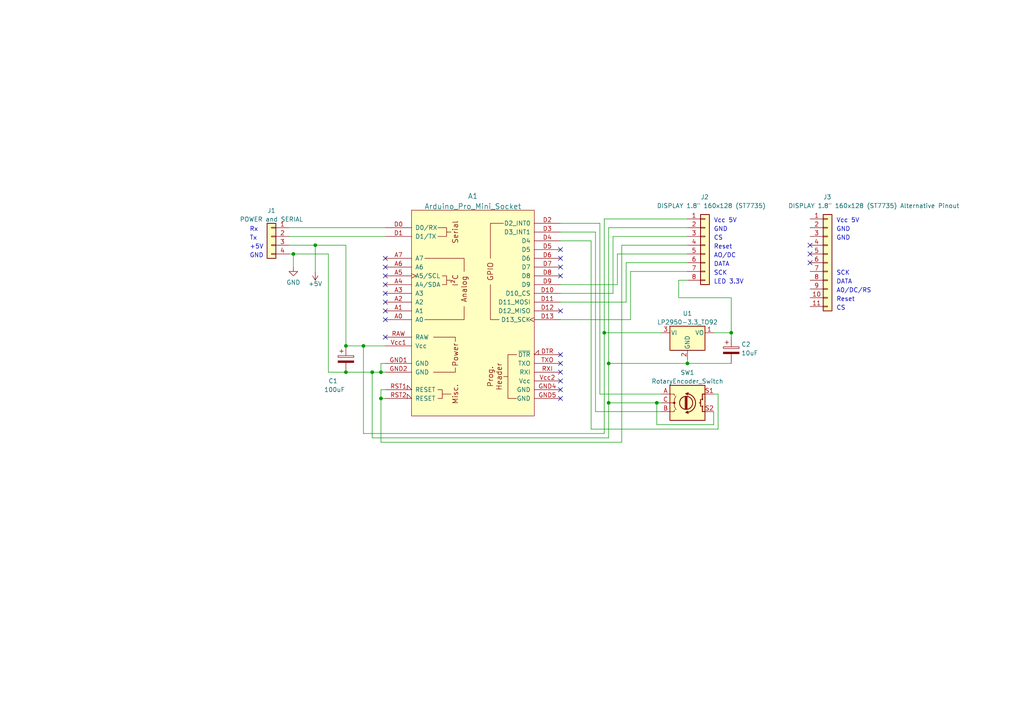
<source format=kicad_sch>
(kicad_sch (version 20211123) (generator eeschema)
  (paper "A4")
  (lib_symbols
    (symbol "Connector_Generic:Conn_01x04" (pin_names (offset 1.016) hide)
      (property "Reference" "J" (at 0 5.08 0))
      (property "Value" "Conn_01x04" (at 0 -7.62 0))
      (symbol "Conn_01x04_1_1"
        (rectangle (start -1.27 -4.953) (end 0 -5.207) (stroke (width 0.1524)))
        (rectangle (start -1.27 -2.413) (end 0 -2.667) (stroke (width 0.1524)))
        (rectangle (start -1.27 0.127) (end 0 -0.127) (stroke (width 0.1524)))
        (rectangle (start -1.27 2.667) (end 0 2.413) (stroke (width 0.1524)))
        (rectangle (start -1.27 3.81) (end 1.27 -6.35) (stroke (width 0.254)) (fill (type background)))
        (pin passive line (at -5.08 2.54 0) (length 3.81) (name "Pin_1") (number "1"))
        (pin passive line (at -5.08 0 0) (length 3.81) (name "Pin_2") (number "2"))
        (pin passive line (at -5.08 -2.54 0) (length 3.81) (name "Pin_3") (number "3"))
        (pin passive line (at -5.08 -5.08 0) (length 3.81) (name "Pin_4") (number "4"))
      )
    )
    (symbol "Connector_Generic:Conn_01x08" (pin_names (offset 1.016) hide)
      (property "Reference" "J" (at 0 10.16 0))
      (property "Value" "Conn_01x08" (at 0 -12.7 0))
      (symbol "Conn_01x08_1_1"
        (rectangle (start -1.27 -10.033) (end 0 -10.287) (stroke (width 0.1524)))
        (rectangle (start -1.27 -7.493) (end 0 -7.747) (stroke (width 0.1524)))
        (rectangle (start -1.27 -4.953) (end 0 -5.207) (stroke (width 0.1524)))
        (rectangle (start -1.27 -2.413) (end 0 -2.667) (stroke (width 0.1524)))
        (rectangle (start -1.27 0.127) (end 0 -0.127) (stroke (width 0.1524)))
        (rectangle (start -1.27 2.667) (end 0 2.413) (stroke (width 0.1524)))
        (rectangle (start -1.27 5.207) (end 0 4.953) (stroke (width 0.1524)))
        (rectangle (start -1.27 7.747) (end 0 7.493) (stroke (width 0.1524)))
        (rectangle (start -1.27 8.89) (end 1.27 -11.43) (stroke (width 0.254)) (fill (type background)))
        (pin passive line (at -5.08 7.62 0) (length 3.81) (name "Pin_1") (number "1"))
        (pin passive line (at -5.08 5.08 0) (length 3.81) (name "Pin_2") (number "2"))
        (pin passive line (at -5.08 2.54 0) (length 3.81) (name "Pin_3") (number "3"))
        (pin passive line (at -5.08 0 0) (length 3.81) (name "Pin_4") (number "4"))
        (pin passive line (at -5.08 -2.54 0) (length 3.81) (name "Pin_5") (number "5"))
        (pin passive line (at -5.08 -5.08 0) (length 3.81) (name "Pin_6") (number "6"))
        (pin passive line (at -5.08 -7.62 0) (length 3.81) (name "Pin_7") (number "7"))
        (pin passive line (at -5.08 -10.16 0) (length 3.81) (name "Pin_8") (number "8"))
      )
    )
    (symbol "Connector_Generic:Conn_01x11" (pin_names (offset 1.016) hide)
      (property "Reference" "J" (at 0 15.24 0))
      (property "Value" "Conn_01x11" (at 0 -15.24 0))
      (symbol "Conn_01x11_1_1"
        (rectangle (start -1.27 -12.573) (end 0 -12.827) (stroke (width 0.1524)))
        (rectangle (start -1.27 -10.033) (end 0 -10.287) (stroke (width 0.1524)))
        (rectangle (start -1.27 -7.493) (end 0 -7.747) (stroke (width 0.1524)))
        (rectangle (start -1.27 -4.953) (end 0 -5.207) (stroke (width 0.1524)))
        (rectangle (start -1.27 -2.413) (end 0 -2.667) (stroke (width 0.1524)))
        (rectangle (start -1.27 0.127) (end 0 -0.127) (stroke (width 0.1524)))
        (rectangle (start -1.27 2.667) (end 0 2.413) (stroke (width 0.1524)))
        (rectangle (start -1.27 5.207) (end 0 4.953) (stroke (width 0.1524)))
        (rectangle (start -1.27 7.747) (end 0 7.493) (stroke (width 0.1524)))
        (rectangle (start -1.27 10.287) (end 0 10.033) (stroke (width 0.1524)))
        (rectangle (start -1.27 12.827) (end 0 12.573) (stroke (width 0.1524)))
        (rectangle (start -1.27 13.97) (end 1.27 -13.97) (stroke (width 0.254)) (fill (type background)))
        (pin passive line (at -5.08 12.7 0) (length 3.81) (name "Pin_1") (number "1"))
        (pin passive line (at -5.08 -10.16 0) (length 3.81) (name "Pin_10") (number "10"))
        (pin passive line (at -5.08 -12.7 0) (length 3.81) (name "Pin_11") (number "11"))
        (pin passive line (at -5.08 10.16 0) (length 3.81) (name "Pin_2") (number "2"))
        (pin passive line (at -5.08 7.62 0) (length 3.81) (name "Pin_3") (number "3"))
        (pin passive line (at -5.08 5.08 0) (length 3.81) (name "Pin_4") (number "4"))
        (pin passive line (at -5.08 2.54 0) (length 3.81) (name "Pin_5") (number "5"))
        (pin passive line (at -5.08 0 0) (length 3.81) (name "Pin_6") (number "6"))
        (pin passive line (at -5.08 -2.54 0) (length 3.81) (name "Pin_7") (number "7"))
        (pin passive line (at -5.08 -5.08 0) (length 3.81) (name "Pin_8") (number "8"))
        (pin passive line (at -5.08 -7.62 0) (length 3.81) (name "Pin_9") (number "9"))
      )
    )
    (symbol "Device:C_Polarized" (pin_numbers hide) (pin_names (offset 0.254))
      (property "Reference" "C" (at 0.635 2.54 0))
      (property "Value" "C_Polarized" (at 0.635 -2.54 0))
      (symbol "C_Polarized_0_1"
        (rectangle (start -2.286 0.508) (end 2.286 1.016))
        (polyline (pts (xy -1.778 2.286) (xy -0.762 2.286)))
        (polyline (pts (xy -1.27 2.794) (xy -1.27 1.778)))
        (rectangle (start 2.286 -0.508) (end -2.286 -1.016) (fill (type outline)))
      )
      (symbol "C_Polarized_1_1"
        (pin passive line (at 0 3.81 270) (length 2.794) (name "~") (number "1"))
        (pin passive line (at 0 -3.81 90) (length 2.794) (name "~") (number "2"))
      )
    )
    (symbol "Device:RotaryEncoder_Switch" (pin_names (offset 0.254) hide)
      (property "Reference" "SW" (at 0 6.604 0))
      (property "Value" "RotaryEncoder_Switch" (at 0 -6.604 0))
      (symbol "RotaryEncoder_Switch_0_1"
        (rectangle (start -5.08 5.08) (end 5.08 -5.08) (stroke (width 0.254)) (fill (type background)))
        (circle (center -3.81 0) (radius 0.254) (fill (type outline)))
        (arc (start -0.381 -2.794) (mid 2.3622 -0.0508) (end -0.381 2.667) (stroke (width 0.254)))
        (circle (center -0.381 0) (radius 1.905) (stroke (width 0.254)))
        (polyline (pts (xy -0.635 -1.778) (xy -0.635 1.778)) (stroke (width 0.254)))
        (polyline (pts (xy -0.381 -1.778) (xy -0.381 1.778)) (stroke (width 0.254)))
        (polyline (pts (xy -0.127 1.778) (xy -0.127 -1.778)) (stroke (width 0.254)))
        (polyline (pts (xy 3.81 0) (xy 3.429 0)) (stroke (width 0.254)))
        (polyline (pts (xy 3.81 1.016) (xy 3.81 -1.016)) (stroke (width 0.254)))
        (polyline (pts (xy -5.08 -2.54) (xy -3.81 -2.54) (xy -3.81 -2.032)))
        (polyline (pts (xy -5.08 2.54) (xy -3.81 2.54) (xy -3.81 2.032)))
        (polyline (pts (xy 0.254 -3.048) (xy -0.508 -2.794) (xy 0.127 -2.413)) (stroke (width 0.254)))
        (polyline (pts (xy 0.254 2.921) (xy -0.508 2.667) (xy 0.127 2.286)) (stroke (width 0.254)))
        (polyline (pts (xy 5.08 -2.54) (xy 4.318 -2.54) (xy 4.318 -1.016)) (stroke (width 0.254)))
        (polyline (pts (xy 5.08 2.54) (xy 4.318 2.54) (xy 4.318 1.016)) (stroke (width 0.254)))
        (polyline (pts (xy -5.08 0) (xy -3.81 0) (xy -3.81 -1.016) (xy -3.302 -2.032)))
        (polyline (pts (xy -4.318 0) (xy -3.81 0) (xy -3.81 1.016) (xy -3.302 2.032)))
        (circle (center 4.318 -1.016) (radius 0.127) (stroke (width 0.254)))
        (circle (center 4.318 1.016) (radius 0.127) (stroke (width 0.254)))
      )
      (symbol "RotaryEncoder_Switch_1_1"
        (pin passive line (at -7.62 2.54 0) (length 2.54) (name "A") (number "A"))
        (pin passive line (at -7.62 -2.54 0) (length 2.54) (name "B") (number "B"))
        (pin passive line (at -7.62 0 0) (length 2.54) (name "C") (number "C"))
        (pin passive line (at 7.62 2.54 180) (length 2.54) (name "S1") (number "S1"))
        (pin passive line (at 7.62 -2.54 180) (length 2.54) (name "S2") (number "S2"))
      )
    )
    (symbol "PCM_arduino-library:Arduino_Pro_Mini_Socket" (pin_names (offset 1.016))
      (property "Reference" "A" (at 0 36.83 0))
      (property "Value" "Arduino_Pro_Mini_Socket" (at 0 33.02 0))
      (symbol "Arduino_Pro_Mini_Socket_0_0"
        (rectangle (start -17.78 30.48) (end 17.78 -29.21) (fill (type background)))
        (polyline (pts (xy -7.62 10.16) (xy -6.35 10.16)))
        (polyline (pts (xy -7.62 24.13) (xy -6.35 24.13)))
        (polyline (pts (xy -6.35 -22.86) (xy -8.89 -22.86)))
        (polyline (pts (xy -11.43 -16.51) (xy -5.08 -16.51) (xy -5.08 -15.24)))
        (polyline (pts (xy -5.08 -7.62) (xy -5.08 -6.35) (xy -11.43 -6.35)))
        (polyline (pts (xy -2.54 2.54) (xy -2.54 -1.27) (xy -13.97 -1.27)))
        (polyline (pts (xy -2.54 12.7) (xy -2.54 16.51) (xy -13.97 16.51)))
        (polyline (pts (xy -10.16 25.4) (xy -7.62 25.4) (xy -7.62 22.86) (xy -10.16 22.86)))
        (polyline (pts (xy -8.89 11.43) (xy -7.62 11.43) (xy -7.62 8.89) (xy -8.89 8.89)))
        (polyline (pts (xy 12.7 -11.43) (xy 10.16 -11.43) (xy 10.16 -16.51) (xy 10.16 -17.78) (xy 8.89 -17.78) (xy 10.16 -17.78) (xy 10.16 -24.13) (xy 12.7 -24.13)))
        (text "Analog" (at -2.54 7.62 900) (effects (font (size 1.524 1.524))))
        (text "Header" (at 7.62 -17.78 900) (effects (font (size 1.524 1.524))))
        (text "I²C" (at -5.08 10.16 900) (effects (font (size 1.524 1.524))))
        (text "Misc." (at -5.08 -22.86 900) (effects (font (size 1.524 1.524))))
        (text "Power" (at -5.08 -11.43 900) (effects (font (size 1.524 1.524))))
        (text "Prog." (at 5.08 -17.78 900) (effects (font (size 1.524 1.524))))
        (text "Serial" (at -5.08 24.13 900) (effects (font (size 1.524 1.524))))
      )
      (symbol "Arduino_Pro_Mini_Socket_0_1"
        (polyline (pts (xy 7.62 -1.27) (xy 5.08 -1.27) (xy 5.08 8.89)))
        (polyline (pts (xy 8.89 26.67) (xy 5.08 26.67) (xy 5.08 16.51)))
        (polyline (pts (xy -10.16 -24.13) (xy -8.89 -24.13) (xy -8.89 -21.59) (xy -10.16 -21.59)))
      )
      (symbol "Arduino_Pro_Mini_Socket_1_0"
        (text "GPIO" (at 5.08 12.7 900) (effects (font (size 1.524 1.524))))
      )
      (symbol "Arduino_Pro_Mini_Socket_1_1"
        (pin bidirectional line (at -25.4 -1.27 0) (length 7.62) (name "A0") (number "A0"))
        (pin bidirectional line (at -25.4 1.27 0) (length 7.62) (name "A1") (number "A1"))
        (pin bidirectional line (at -25.4 3.81 0) (length 7.62) (name "A2") (number "A2"))
        (pin bidirectional line (at -25.4 6.35 0) (length 7.62) (name "A3") (number "A3"))
        (pin bidirectional line (at -25.4 8.89 0) (length 7.62) (name "A4/SDA") (number "A4"))
        (pin bidirectional clock (at -25.4 11.43 0) (length 7.62) (name "A5/SCL") (number "A5"))
        (pin input line (at -25.4 13.97 0) (length 7.62) (name "A6") (number "A6"))
        (pin input line (at -25.4 16.51 0) (length 7.62) (name "A7") (number "A7"))
        (pin bidirectional line (at -25.4 25.4 0) (length 7.62) (name "D0/RX") (number "D0"))
        (pin bidirectional line (at -25.4 22.86 0) (length 7.62) (name "D1/TX") (number "D1"))
        (pin bidirectional line (at 25.4 6.35 180) (length 7.62) (name "D10_CS") (number "D10"))
        (pin bidirectional line (at 25.4 3.81 180) (length 7.62) (name "D11_MOSI") (number "D11"))
        (pin bidirectional line (at 25.4 1.27 180) (length 7.62) (name "D12_MISO") (number "D12"))
        (pin bidirectional clock (at 25.4 -1.27 180) (length 7.62) (name "D13_SCK") (number "D13"))
        (pin bidirectional line (at 25.4 26.67 180) (length 7.62) (name "D2_INT0") (number "D2"))
        (pin bidirectional line (at 25.4 24.13 180) (length 7.62) (name "D3_INT1") (number "D3"))
        (pin bidirectional line (at 25.4 21.59 180) (length 7.62) (name "D4") (number "D4"))
        (pin bidirectional line (at 25.4 19.05 180) (length 7.62) (name "D5") (number "D5"))
        (pin bidirectional line (at 25.4 16.51 180) (length 7.62) (name "D6") (number "D6"))
        (pin bidirectional line (at 25.4 13.97 180) (length 7.62) (name "D7") (number "D7"))
        (pin bidirectional line (at 25.4 11.43 180) (length 7.62) (name "D8") (number "D8"))
        (pin bidirectional line (at 25.4 8.89 180) (length 7.62) (name "D9") (number "D9"))
        (pin input input_low (at 25.4 -11.43 180) (length 7.62) (name "~{DTR}") (number "DTR"))
        (pin power_in line (at -25.4 -13.97 0) (length 7.62) (name "GND") (number "GND1"))
        (pin power_in line (at -25.4 -16.51 0) (length 7.62) (name "GND") (number "GND2"))
        (pin power_in line (at 25.4 -21.59 180) (length 7.62) (name "GND") (number "GND4"))
        (pin power_in line (at 25.4 -24.13 180) (length 7.62) (name "GND") (number "GND5"))
        (pin power_in line (at -25.4 -6.35 0) (length 7.62) (name "RAW") (number "RAW"))
        (pin open_collector input_low (at -25.4 -21.59 0) (length 7.62) (name "RESET") (number "RST1"))
        (pin open_collector input_low (at -25.4 -24.13 0) (length 7.62) (name "RESET") (number "RST2"))
        (pin input line (at 25.4 -16.51 180) (length 7.62) (name "RXI") (number "RXI"))
        (pin output line (at 25.4 -13.97 180) (length 7.62) (name "TXO") (number "TXO"))
        (pin power_in line (at -25.4 -8.89 0) (length 7.62) (name "Vcc") (number "Vcc1"))
        (pin power_in line (at 25.4 -19.05 180) (length 7.62) (name "Vcc") (number "Vcc2"))
      )
    )
    (symbol "Regulator_Linear:LP2950-3.3_TO92" (pin_names (offset 0.254))
      (property "Reference" "U" (at -3.81 3.175 0))
      (property "Value" "LP2950-3.3_TO92" (at 0 3.175 0))
      (symbol "LP2950-3.3_TO92_0_1"
        (rectangle (start -5.08 -5.08) (end 5.08 1.905) (stroke (width 0.254)) (fill (type background)))
      )
      (symbol "LP2950-3.3_TO92_1_1"
        (pin power_out line (at 7.62 0 180) (length 2.54) (name "VO") (number "1"))
        (pin power_in line (at 0 -7.62 90) (length 2.54) (name "GND") (number "2"))
        (pin power_in line (at -7.62 0 0) (length 2.54) (name "VI") (number "3"))
      )
    )
    (symbol "power:+5V" (power) (pin_names (offset 0))
      (property "Value" "+5V" (at 0 3.556 0))
      (symbol "+5V_0_1"
        (polyline (pts (xy -0.762 1.27) (xy 0 2.54)))
        (polyline (pts (xy 0 0) (xy 0 2.54)))
        (polyline (pts (xy 0 2.54) (xy 0.762 1.27)))
      )
      (symbol "+5V_1_1"
        (pin power_in line (at 0 0 90) (length 0) hide (name "+5V") (number "1"))
      )
    )
    (symbol "power:GND" (power) (pin_names (offset 0))
      (property "Value" "GND" (at 0 -3.81 0))
      (symbol "GND_0_1"
        (polyline (pts (xy 0 0) (xy 0 -1.27) (xy 1.27 -1.27) (xy 0 -2.54) (xy -1.27 -1.27) (xy 0 -1.27)))
      )
      (symbol "GND_1_1"
        (pin power_in line (at 0 0 270) (length 0) hide (name "GND") (number "1"))
      )
    )
  )
  (junction (at 100.33 100.33))
  (junction (at 110.49 115.57))
  (junction (at 105.41 100.33))
  (junction (at 100.33 107.95))
  (junction (at 110.49 107.95))
  (junction (at 175.26 96.52))
  (junction (at 176.53 116.84))
  (junction (at 190.5 116.84))
  (junction (at 176.53 105.41))
  (junction (at 212.09 96.52))
  (junction (at 85.09 73.66))
  (junction (at 107.95 107.95))
  (junction (at 91.44 71.12))
  (junction (at 199.39 105.41))
  (no_connect (at 111.76 85.09))
  (no_connect (at 234.95 71.12))
  (no_connect (at 162.56 107.95))
  (no_connect (at 234.95 76.2))
  (no_connect (at 162.56 110.49))
  (no_connect (at 162.56 113.03))
  (no_connect (at 162.56 72.39))
  (no_connect (at 111.76 97.79))
  (no_connect (at 162.56 115.57))
  (no_connect (at 111.76 74.93))
  (no_connect (at 162.56 77.47))
  (no_connect (at 162.56 90.17))
  (no_connect (at 162.56 102.87))
  (no_connect (at 162.56 74.93))
  (no_connect (at 111.76 77.47))
  (no_connect (at 111.76 87.63))
  (no_connect (at 111.76 90.17))
  (no_connect (at 111.76 82.55))
  (no_connect (at 234.95 73.66))
  (no_connect (at 162.56 105.41))
  (no_connect (at 162.56 80.01))
  (no_connect (at 111.76 92.71))
  (no_connect (at 111.76 80.01))
  (wire (pts (xy 182.88 92.71) (xy 182.88 78.74)))
  (wire (pts (xy 207.01 114.3) (xy 208.28 114.3)))
  (wire (pts (xy 181.61 87.63) (xy 181.61 76.2)))
  (wire (pts (xy 181.61 76.2) (xy 199.39 76.2)))
  (wire (pts (xy 91.44 71.12) (xy 91.44 78.74)))
  (wire (pts (xy 199.39 71.12) (xy 180.34 71.12)))
  (wire (pts (xy 172.72 119.38) (xy 191.77 119.38)))
  (wire (pts (xy 199.39 105.41) (xy 212.09 105.41)))
  (wire (pts (xy 212.09 96.52) (xy 207.01 96.52)))
  (wire (pts (xy 179.07 82.55) (xy 162.56 82.55)))
  (wire (pts (xy 176.53 127) (xy 107.95 127)))
  (wire (pts (xy 83.82 66.04) (xy 111.76 66.04)))
  (wire (pts (xy 95.25 107.95) (xy 95.25 73.66)))
  (wire (pts (xy 162.56 92.71) (xy 182.88 92.71)))
  (wire (pts (xy 173.99 64.77) (xy 173.99 114.3)))
  (wire (pts (xy 176.53 66.04) (xy 176.53 105.41)))
  (wire (pts (xy 207.01 123.19) (xy 190.5 123.19)))
  (wire (pts (xy 171.45 124.46) (xy 171.45 69.85)))
  (wire (pts (xy 105.41 125.73) (xy 105.41 100.33)))
  (wire (pts (xy 100.33 100.33) (xy 105.41 100.33)))
  (wire (pts (xy 83.82 68.58) (xy 111.76 68.58)))
  (wire (pts (xy 190.5 116.84) (xy 190.5 123.19)))
  (wire (pts (xy 199.39 105.41) (xy 176.53 105.41)))
  (wire (pts (xy 175.26 63.5) (xy 175.26 96.52)))
  (wire (pts (xy 83.82 71.12) (xy 91.44 71.12)))
  (wire (pts (xy 199.39 63.5) (xy 175.26 63.5)))
  (wire (pts (xy 95.25 107.95) (xy 100.33 107.95)))
  (wire (pts (xy 173.99 114.3) (xy 191.77 114.3)))
  (wire (pts (xy 212.09 86.36) (xy 212.09 96.52)))
  (wire (pts (xy 91.44 71.12) (xy 100.33 71.12)))
  (wire (pts (xy 176.53 116.84) (xy 176.53 127)))
  (wire (pts (xy 175.26 125.73) (xy 105.41 125.73)))
  (wire (pts (xy 199.39 105.41) (xy 199.39 104.14)))
  (wire (pts (xy 177.8 85.09) (xy 177.8 68.58)))
  (wire (pts (xy 100.33 71.12) (xy 100.33 100.33)))
  (wire (pts (xy 175.26 96.52) (xy 175.26 125.73)))
  (wire (pts (xy 85.09 73.66) (xy 85.09 77.47)))
  (wire (pts (xy 105.41 100.33) (xy 111.76 100.33)))
  (wire (pts (xy 179.07 73.66) (xy 179.07 82.55)))
  (wire (pts (xy 199.39 73.66) (xy 179.07 73.66)))
  (wire (pts (xy 111.76 113.03) (xy 110.49 113.03)))
  (wire (pts (xy 107.95 127) (xy 107.95 107.95)))
  (wire (pts (xy 110.49 115.57) (xy 111.76 115.57)))
  (wire (pts (xy 212.09 96.52) (xy 212.09 97.79)))
  (wire (pts (xy 177.8 68.58) (xy 199.39 68.58)))
  (wire (pts (xy 100.33 107.95) (xy 107.95 107.95)))
  (wire (pts (xy 162.56 87.63) (xy 181.61 87.63)))
  (wire (pts (xy 172.72 67.31) (xy 172.72 119.38)))
  (wire (pts (xy 208.28 114.3) (xy 208.28 124.46)))
  (wire (pts (xy 110.49 107.95) (xy 110.49 105.41)))
  (wire (pts (xy 173.99 64.77) (xy 162.56 64.77)))
  (wire (pts (xy 182.88 78.74) (xy 199.39 78.74)))
  (wire (pts (xy 180.34 71.12) (xy 180.34 128.27)))
  (wire (pts (xy 107.95 107.95) (xy 110.49 107.95)))
  (wire (pts (xy 196.85 81.28) (xy 196.85 86.36)))
  (wire (pts (xy 110.49 128.27) (xy 110.49 115.57)))
  (wire (pts (xy 162.56 85.09) (xy 177.8 85.09)))
  (wire (pts (xy 85.09 73.66) (xy 83.82 73.66)))
  (wire (pts (xy 171.45 69.85) (xy 162.56 69.85)))
  (wire (pts (xy 110.49 113.03) (xy 110.49 115.57)))
  (wire (pts (xy 190.5 116.84) (xy 191.77 116.84)))
  (wire (pts (xy 172.72 67.31) (xy 162.56 67.31)))
  (wire (pts (xy 110.49 107.95) (xy 111.76 107.95)))
  (wire (pts (xy 95.25 73.66) (xy 85.09 73.66)))
  (wire (pts (xy 176.53 116.84) (xy 190.5 116.84)))
  (wire (pts (xy 110.49 105.41) (xy 111.76 105.41)))
  (wire (pts (xy 176.53 105.41) (xy 176.53 116.84)))
  (wire (pts (xy 199.39 66.04) (xy 176.53 66.04)))
  (wire (pts (xy 212.09 86.36) (xy 196.85 86.36)))
  (wire (pts (xy 175.26 96.52) (xy 191.77 96.52)))
  (wire (pts (xy 180.34 128.27) (xy 110.49 128.27)))
  (wire (pts (xy 196.85 81.28) (xy 199.39 81.28)))
  (wire (pts (xy 207.01 119.38) (xy 207.01 123.19)))
  (wire (pts (xy 208.28 124.46) (xy 171.45 124.46)))
  (text "Tx" (at 72.39 69.85 0) (effects (font (size 1.27 1.27)) (justify left bottom)))
  (text "GND" (at 242.57 69.85 0) (effects (font (size 1.27 1.27)) (justify left bottom)))
  (text "GND" (at 72.39 74.93 0) (effects (font (size 1.27 1.27)) (justify left bottom)))
  (text "GND" (at 242.57 67.31 0) (effects (font (size 1.27 1.27)) (justify left bottom)))
  (text "Reset" (at 207.01 72.39 0) (effects (font (size 1.27 1.27)) (justify left bottom)))
  (text "Vcc 5V" (at 207.01 64.77 0) (effects (font (size 1.27 1.27)) (justify left bottom)))
  (text "Rx" (at 72.39 67.31 0) (effects (font (size 1.27 1.27)) (justify left bottom)))
  (text "Vcc 5V" (at 242.57 64.77 0) (effects (font (size 1.27 1.27)) (justify left bottom)))
  (text "SCK" (at 242.57 80.01 0) (effects (font (size 1.27 1.27)) (justify left bottom)))
  (text "DATA" (at 242.57 82.55 0) (effects (font (size 1.27 1.27)) (justify left bottom)))
  (text "CS" (at 207.01 69.85 0) (effects (font (size 1.27 1.27)) (justify left bottom)))
  (text "+5V" (at 72.39 72.39 0) (effects (font (size 1.27 1.27)) (justify left bottom)))
  (text "DATA" (at 207.01 77.47 0) (effects (font (size 1.27 1.27)) (justify left bottom)))
  (text "SCK" (at 207.01 80.01 0) (effects (font (size 1.27 1.27)) (justify left bottom)))
  (text "AO/DC" (at 207.01 74.93 0) (effects (font (size 1.27 1.27)) (justify left bottom)))
  (text "LED 3.3V" (at 207.01 82.55 0) (effects (font (size 1.27 1.27)) (justify left bottom)))
  (text "A0/DC/RS" (at 242.57 85.09 0) (effects (font (size 1.27 1.27)) (justify left bottom)))
  (text "Reset" (at 242.57 87.63 0) (effects (font (size 1.27 1.27)) (justify left bottom)))
  (text "CS" (at 242.57 90.17 0) (effects (font (size 1.27 1.27)) (justify left bottom)))
  (text "GND" (at 207.01 67.31 0) (effects (font (size 1.27 1.27)) (justify left bottom)))
  (symbol (lib_id "power:GND") (at 85.09 77.47 0) (unit 1)
    (property "Reference" "#PWR0101" (effects hide))
    (property "Value" "GND" (at 85.09 81.9134 0))
  )
  (symbol (lib_id "Device:RotaryEncoder_Switch") (at 199.39 116.84 0) (unit 1)
    (property "Reference" "SW1" (at 199.39 108.0602 0))
    (property "Value" "RotaryEncoder_Switch" (at 199.39 110.5971 0))
  )
  (symbol (lib_id "PCM_arduino-library:Arduino_Pro_Mini_Socket") (at 137.16 91.44 0) (unit 1)
    (property "Reference" "A1" (at 137.16 56.8759 0) (effects (font (size 1.524 1.524))))
    (property "Value" "Arduino_Pro_Mini_Socket" (at 137.16 59.8693 0) (effects (font (size 1.524 1.524))))
    (property "Footprint" "PCM_arduino-library:Arduino_Pro_Mini_Socket" (effects hide))
    (property "Datasheet" "https://docs.arduino.cc/retired/boards/arduino-pro-mini" (effects hide))
  )
  (symbol (lib_id "Connector_Generic:Conn_01x08") (at 204.47 71.12 0) (unit 1)
    (property "Reference" "J2" (at 203.2 57.15 0) (effects (justify left)))
    (property "Value" "DISPLAY 1.8\" 160x128 (ST7735)" (at 190.5 59.69 0) (effects (justify left)))
    (property "Footprint" "Connector_PinSocket_2.54mm:PinSocket_1x08_P2.54mm_Vertical" (effects hide))
  )
  (symbol (lib_id "Connector_Generic:Conn_01x11") (at 240.03 76.2 0) (unit 1)
    (property "Reference" "J3" (at 238.76 57.15 0) (effects (justify left)))
    (property "Value" "DISPLAY 1.8\" 160x128 (ST7735) Alternative Pinout" (at 228.6 59.69 0) (effects (justify left)))
    (property "Footprint" "Connector_PinSocket_2.54mm:PinSocket_1x11_P2.54mm_Vertical" (effects hide))
  )
  (symbol (lib_id "Connector_Generic:Conn_01x04") (at 78.74 68.58 0) (mirror y) (unit 1)
    (property "Reference" "J1" (at 78.74 61.0702 0))
    (property "Value" "POWER and SERIAL" (at 78.74 63.6071 0))
    (property "Footprint" "Connector_PinSocket_2.54mm:PinSocket_1x04_P2.54mm_Vertical" (effects hide))
  )
  (symbol (lib_id "Device:C_Polarized") (at 100.33 104.14 0) (unit 1)
    (property "Reference" "C1" (at 95.25 110.49 0) (effects (justify left)))
    (property "Value" "100uF" (at 93.98 113.03 0) (effects (justify left)))
  )
  (symbol (lib_id "Device:C_Polarized") (at 212.09 101.6 0) (unit 1)
    (property "Reference" "C2" (at 215.011 99.8763 0) (effects (justify left)))
    (property "Value" "10uF" (at 215.011 102.4132 0) (effects (justify left)))
  )
  (symbol (lib_id "Regulator_Linear:LP2950-3.3_TO92") (at 199.39 96.52 0) (unit 1)
    (property "Reference" "U1" (at 199.39 90.9152 0))
    (property "Value" "LP2950-3.3_TO92" (at 199.39 93.4521 0))
    (property "Footprint" "Package_TO_SOT_THT:TO-92_Inline" (effects hide))
    (property "Datasheet" "http://www.ti.com/lit/ds/symlink/lp2950.pdf" (effects hide))
  )
  (symbol (lib_id "power:+5V") (at 91.44 78.74 0) (mirror x) (unit 1)
    (property "Reference" "#PWR0102" (effects hide))
    (property "Value" "+5V" (at 91.44 82.3158 0))
  )
)
</source>
